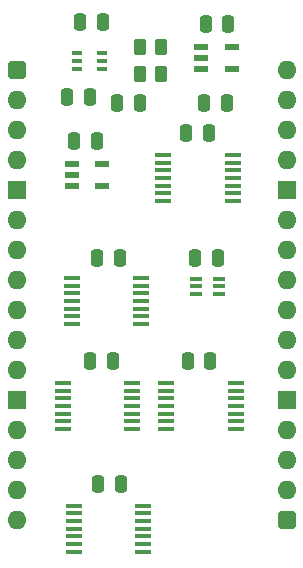
<source format=gts>
%TF.GenerationSoftware,KiCad,Pcbnew,8.0.4*%
%TF.CreationDate,2024-09-05T16:26:24+02:00*%
%TF.ProjectId,Graphics Signals,47726170-6869-4637-9320-5369676e616c,V1*%
%TF.SameCoordinates,PX525bfc0PY43d3480*%
%TF.FileFunction,Soldermask,Top*%
%TF.FilePolarity,Negative*%
%FSLAX46Y46*%
G04 Gerber Fmt 4.6, Leading zero omitted, Abs format (unit mm)*
G04 Created by KiCad (PCBNEW 8.0.4) date 2024-09-05 16:26:24*
%MOMM*%
%LPD*%
G01*
G04 APERTURE LIST*
G04 Aperture macros list*
%AMRoundRect*
0 Rectangle with rounded corners*
0 $1 Rounding radius*
0 $2 $3 $4 $5 $6 $7 $8 $9 X,Y pos of 4 corners*
0 Add a 4 corners polygon primitive as box body*
4,1,4,$2,$3,$4,$5,$6,$7,$8,$9,$2,$3,0*
0 Add four circle primitives for the rounded corners*
1,1,$1+$1,$2,$3*
1,1,$1+$1,$4,$5*
1,1,$1+$1,$6,$7*
1,1,$1+$1,$8,$9*
0 Add four rect primitives between the rounded corners*
20,1,$1+$1,$2,$3,$4,$5,0*
20,1,$1+$1,$4,$5,$6,$7,0*
20,1,$1+$1,$6,$7,$8,$9,0*
20,1,$1+$1,$8,$9,$2,$3,0*%
G04 Aperture macros list end*
%ADD10RoundRect,0.250000X-0.250000X-0.475000X0.250000X-0.475000X0.250000X0.475000X-0.250000X0.475000X0*%
%ADD11RoundRect,0.250000X0.250000X0.475000X-0.250000X0.475000X-0.250000X-0.475000X0.250000X-0.475000X0*%
%ADD12R,1.000000X0.450000*%
%ADD13R,1.475000X0.450000*%
%ADD14R,0.875000X0.450000*%
%ADD15R,1.150000X0.600000*%
%ADD16RoundRect,0.400000X-0.400000X-0.400000X0.400000X-0.400000X0.400000X0.400000X-0.400000X0.400000X0*%
%ADD17O,1.600000X1.600000*%
%ADD18R,1.600000X1.600000*%
%ADD19RoundRect,0.250000X-0.262500X-0.450000X0.262500X-0.450000X0.262500X0.450000X-0.262500X0.450000X0*%
%ADD20R,1.250000X0.600000*%
G04 APERTURE END LIST*
D10*
%TO.C,C4*%
X8524000Y-2779000D03*
X10424000Y-2779000D03*
%TD*%
D11*
%TO.C,C2*%
X7284000Y4064000D03*
X5384000Y4064000D03*
%TD*%
D12*
%TO.C,IC4*%
X15158000Y-17653000D03*
X15158000Y-18303000D03*
X15158000Y-18953000D03*
X17158000Y-18953000D03*
X17158000Y-18303000D03*
X17158000Y-17653000D03*
%TD*%
D11*
%TO.C,C3*%
X6776000Y-5969000D03*
X4876000Y-5969000D03*
%TD*%
D10*
%TO.C,C11*%
X6813000Y-15875000D03*
X8713000Y-15875000D03*
%TD*%
D13*
%TO.C,IC3*%
X12424000Y-7194000D03*
X12424000Y-7844000D03*
X12424000Y-8494000D03*
X12424000Y-9144000D03*
X12424000Y-9794000D03*
X12424000Y-10444000D03*
X12424000Y-11094000D03*
X18300000Y-11094000D03*
X18300000Y-10444000D03*
X18300000Y-9794000D03*
X18300000Y-9144000D03*
X18300000Y-8494000D03*
X18300000Y-7844000D03*
X18300000Y-7194000D03*
%TD*%
%TO.C,IC10*%
X3920000Y-26498000D03*
X3920000Y-27148000D03*
X3920000Y-27798000D03*
X3920000Y-28448000D03*
X3920000Y-29098000D03*
X3920000Y-29748000D03*
X3920000Y-30398000D03*
X9796000Y-30398000D03*
X9796000Y-29748000D03*
X9796000Y-29098000D03*
X9796000Y-28448000D03*
X9796000Y-27798000D03*
X9796000Y-27148000D03*
X9796000Y-26498000D03*
%TD*%
D14*
%TO.C,IC9*%
X5125000Y1427000D03*
X5125000Y777000D03*
X5125000Y127000D03*
X7249000Y127000D03*
X7249000Y777000D03*
X7249000Y1427000D03*
%TD*%
D15*
%TO.C,IC36*%
X15638000Y1966000D03*
X15638000Y1016000D03*
X15638000Y66000D03*
X18238000Y66000D03*
X18238000Y1966000D03*
%TD*%
D16*
%TO.C,J7*%
X0Y0D03*
D17*
X0Y-2540000D03*
X0Y-5080000D03*
X0Y-7620000D03*
D18*
X0Y-10160000D03*
D17*
X0Y-12700000D03*
X0Y-15240000D03*
X0Y-17780000D03*
X0Y-20320000D03*
X0Y-22860000D03*
X0Y-25400000D03*
D18*
X0Y-27940000D03*
D17*
X0Y-30480000D03*
X0Y-33020000D03*
X0Y-35560000D03*
X0Y-38100000D03*
D16*
X22860000Y-38100000D03*
D17*
X22860000Y-35560000D03*
X22860000Y-33020000D03*
X22860000Y-30480000D03*
D18*
X22860000Y-27940000D03*
D17*
X22860000Y-25400000D03*
X22860000Y-22860000D03*
X22860000Y-20320000D03*
X22860000Y-17780000D03*
X22860000Y-15240000D03*
X22860000Y-12700000D03*
D18*
X22860000Y-10160000D03*
D17*
X22860000Y-7620000D03*
X22860000Y-5080000D03*
X22860000Y-2540000D03*
X22860000Y0D03*
%TD*%
D11*
%TO.C,C41*%
X17775000Y-2794000D03*
X15875000Y-2794000D03*
%TD*%
D19*
%TO.C,R2*%
X10400500Y-356000D03*
X12225500Y-356000D03*
%TD*%
D13*
%TO.C,IC6*%
X4829000Y-36886000D03*
X4829000Y-37536000D03*
X4829000Y-38186000D03*
X4829000Y-38836000D03*
X4829000Y-39486000D03*
X4829000Y-40136000D03*
X4829000Y-40786000D03*
X10705000Y-40786000D03*
X10705000Y-40136000D03*
X10705000Y-39486000D03*
X10705000Y-38836000D03*
X10705000Y-38186000D03*
X10705000Y-37536000D03*
X10705000Y-36886000D03*
%TD*%
D10*
%TO.C,C1*%
X14351000Y-5334000D03*
X16251000Y-5334000D03*
%TD*%
D13*
%TO.C,IC11*%
X12683000Y-26498000D03*
X12683000Y-27148000D03*
X12683000Y-27798000D03*
X12683000Y-28448000D03*
X12683000Y-29098000D03*
X12683000Y-29748000D03*
X12683000Y-30398000D03*
X18559000Y-30398000D03*
X18559000Y-29748000D03*
X18559000Y-29098000D03*
X18559000Y-28448000D03*
X18559000Y-27798000D03*
X18559000Y-27148000D03*
X18559000Y-26498000D03*
%TD*%
D10*
%TO.C,C5*%
X4273000Y-2286000D03*
X6173000Y-2286000D03*
%TD*%
%TO.C,C10*%
X15113000Y-15875000D03*
X17013000Y-15875000D03*
%TD*%
%TO.C,C6*%
X14483000Y-24638000D03*
X16383000Y-24638000D03*
%TD*%
%TO.C,C8*%
X6248000Y-24618000D03*
X8148000Y-24618000D03*
%TD*%
%TO.C,C9*%
X6903000Y-35052000D03*
X8803000Y-35052000D03*
%TD*%
D19*
%TO.C,R1*%
X10400500Y1930000D03*
X12225500Y1930000D03*
%TD*%
D11*
%TO.C,C42*%
X17902000Y3937000D03*
X16002000Y3937000D03*
%TD*%
D13*
%TO.C,IC2*%
X4682000Y-17608000D03*
X4682000Y-18258000D03*
X4682000Y-18908000D03*
X4682000Y-19558000D03*
X4682000Y-20208000D03*
X4682000Y-20858000D03*
X4682000Y-21508000D03*
X10558000Y-21508000D03*
X10558000Y-20858000D03*
X10558000Y-20208000D03*
X10558000Y-19558000D03*
X10558000Y-18908000D03*
X10558000Y-18258000D03*
X10558000Y-17608000D03*
%TD*%
D20*
%TO.C,IC1*%
X4719000Y-7940000D03*
X4719000Y-8890000D03*
X4719000Y-9840000D03*
X7219000Y-9840000D03*
X7219000Y-7940000D03*
%TD*%
M02*

</source>
